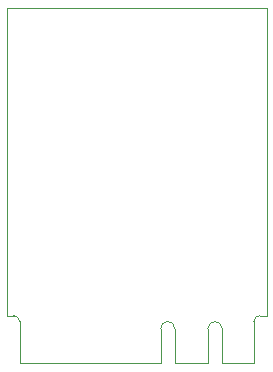
<source format=gbr>
%TF.GenerationSoftware,KiCad,Pcbnew,9.0.1*%
%TF.CreationDate,2025-04-18T20:02:12-04:00*%
%TF.ProjectId,M.2 to USB V1.0,4d2e3220-746f-4205-9553-422056312e30,rev?*%
%TF.SameCoordinates,Original*%
%TF.FileFunction,Profile,NP*%
%FSLAX46Y46*%
G04 Gerber Fmt 4.6, Leading zero omitted, Abs format (unit mm)*
G04 Created by KiCad (PCBNEW 9.0.1) date 2025-04-18 20:02:12*
%MOMM*%
%LPD*%
G01*
G04 APERTURE LIST*
%TA.AperFunction,Profile*%
%ADD10C,0.050000*%
%TD*%
G04 APERTURE END LIST*
D10*
X165875000Y-68435000D02*
X143875000Y-68435000D01*
X143875000Y-68435000D02*
X143875000Y-94435000D01*
X165875000Y-94435000D02*
X165875000Y-68435000D01*
%TO.C,J1*%
X143875000Y-94435000D02*
X144450000Y-94435000D01*
X144950000Y-94935000D02*
X144950000Y-98435000D01*
X144950000Y-98435000D02*
X156900000Y-98435000D01*
X156900000Y-98435000D02*
X156900000Y-95535000D01*
X158100000Y-95535000D02*
X158100000Y-98435000D01*
X158100000Y-98435000D02*
X160900000Y-98435000D01*
X160900000Y-98435000D02*
X160900000Y-95535000D01*
X162100000Y-95535000D02*
X162100000Y-98435000D01*
X162100000Y-98435000D02*
X164800000Y-98435000D01*
X164800000Y-98435000D02*
X164800000Y-94935000D01*
X165300000Y-94435000D02*
X165875000Y-94435000D01*
X144450000Y-94435000D02*
G75*
G02*
X144950000Y-94935000I-1J-500001D01*
G01*
X156900000Y-95535000D02*
G75*
G02*
X158100000Y-95535000I600000J0D01*
G01*
X160900000Y-95535000D02*
G75*
G02*
X162100000Y-95535000I600000J0D01*
G01*
X164800000Y-94935000D02*
G75*
G02*
X165300000Y-94435000I500000J0D01*
G01*
%TD*%
M02*

</source>
